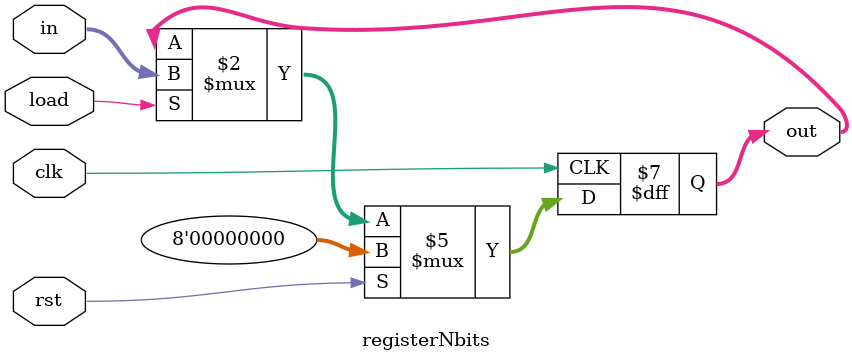
<source format=v>
module registerNbits
#(
    parameter N = 8
)(
    input [N-1:0] in,
    input clk, rst, load,
    output reg [N-1:0] out
);

always @(posedge clk) begin
    if(rst)
        out <= 0;
    else if(load)
        out <= in;
end
endmodule

</source>
